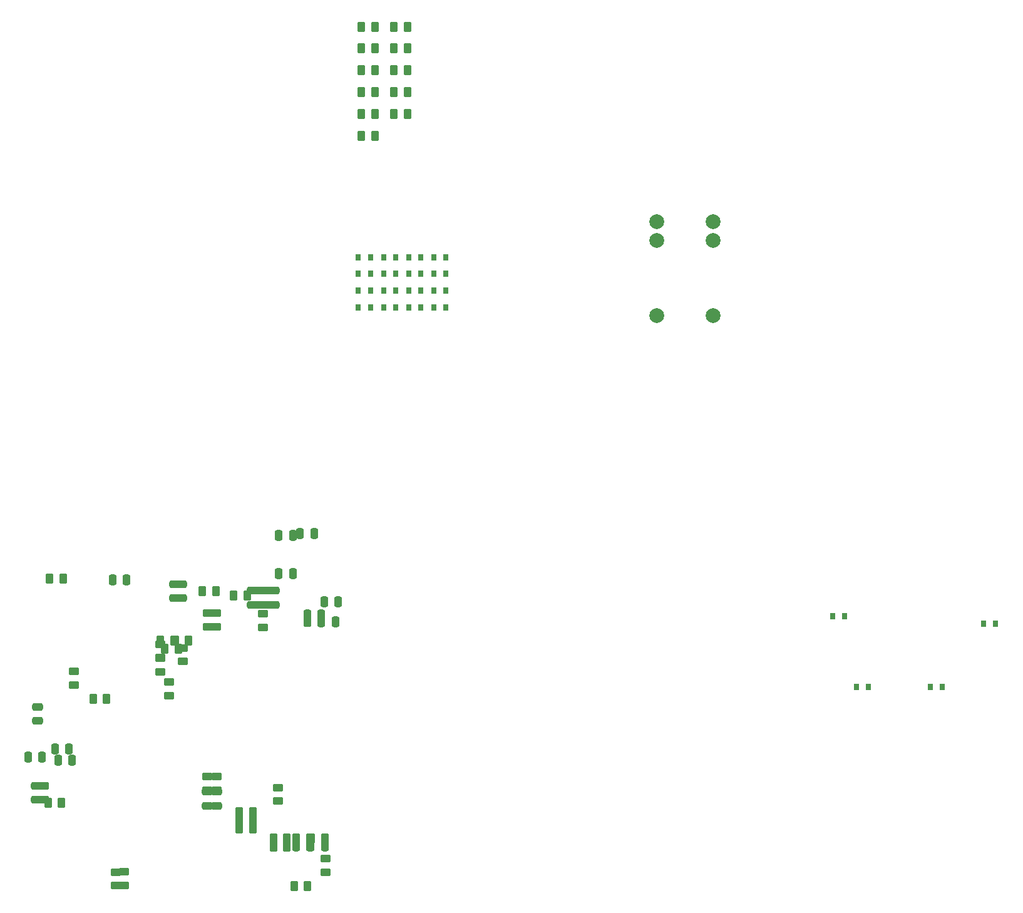
<source format=gbr>
%TF.GenerationSoftware,KiCad,Pcbnew,7.99.0-3193-g96f9f2c658*%
%TF.CreationDate,2023-10-14T12:34:29+01:00*%
%TF.ProjectId,hh2024,68683230-3234-42e6-9b69-6361645f7063,rev?*%
%TF.SameCoordinates,Original*%
%TF.FileFunction,Paste,Top*%
%TF.FilePolarity,Positive*%
%FSLAX46Y46*%
G04 Gerber Fmt 4.6, Leading zero omitted, Abs format (unit mm)*
G04 Created by KiCad (PCBNEW 7.99.0-3193-g96f9f2c658) date 2023-10-14 12:34:29*
%MOMM*%
%LPD*%
G01*
G04 APERTURE LIST*
G04 Aperture macros list*
%AMRoundRect*
0 Rectangle with rounded corners*
0 $1 Rounding radius*
0 $2 $3 $4 $5 $6 $7 $8 $9 X,Y pos of 4 corners*
0 Add a 4 corners polygon primitive as box body*
4,1,4,$2,$3,$4,$5,$6,$7,$8,$9,$2,$3,0*
0 Add four circle primitives for the rounded corners*
1,1,$1+$1,$2,$3*
1,1,$1+$1,$4,$5*
1,1,$1+$1,$6,$7*
1,1,$1+$1,$8,$9*
0 Add four rect primitives between the rounded corners*
20,1,$1+$1,$2,$3,$4,$5,0*
20,1,$1+$1,$4,$5,$6,$7,0*
20,1,$1+$1,$6,$7,$8,$9,0*
20,1,$1+$1,$8,$9,$2,$3,0*%
G04 Aperture macros list end*
%ADD10R,0.770000X0.950000*%
%ADD11RoundRect,0.250000X-0.450000X0.262500X-0.450000X-0.262500X0.450000X-0.262500X0.450000X0.262500X0*%
%ADD12RoundRect,0.250000X-0.262500X-0.450000X0.262500X-0.450000X0.262500X0.450000X-0.262500X0.450000X0*%
%ADD13RoundRect,0.250000X-0.475000X0.250000X-0.475000X-0.250000X0.475000X-0.250000X0.475000X0.250000X0*%
%ADD14RoundRect,0.250000X0.475000X-0.250000X0.475000X0.250000X-0.475000X0.250000X-0.475000X-0.250000X0*%
%ADD15RoundRect,0.250000X0.250000X0.475000X-0.250000X0.475000X-0.250000X-0.475000X0.250000X-0.475000X0*%
%ADD16RoundRect,0.250000X0.262500X0.450000X-0.262500X0.450000X-0.262500X-0.450000X0.262500X-0.450000X0*%
%ADD17RoundRect,0.250000X0.450000X-0.262500X0.450000X0.262500X-0.450000X0.262500X-0.450000X-0.262500X0*%
%ADD18RoundRect,0.250000X-0.250000X-0.475000X0.250000X-0.475000X0.250000X0.475000X-0.250000X0.475000X0*%
%ADD19C,2.000000*%
G04 APERTURE END LIST*
D10*
%TO.C,D8*%
X60596000Y-62020000D03*
X58966000Y-62020000D03*
%TD*%
D11*
%TO.C,R23*%
X33347500Y-114931500D03*
X33347500Y-116756500D03*
%TD*%
D12*
%TO.C,R7*%
X37888000Y-102622000D03*
X39713000Y-102622000D03*
%TD*%
D10*
%TO.C,D12*%
X63996000Y-59760000D03*
X62366000Y-59760000D03*
%TD*%
D13*
%TO.C,C7*%
X39800500Y-129752000D03*
X39800500Y-131652000D03*
%TD*%
D12*
%TO.C,R39*%
X63783500Y-26320000D03*
X65608500Y-26320000D03*
%TD*%
D14*
%TO.C,C21*%
X45600500Y-104472000D03*
X45600500Y-102572000D03*
%TD*%
D15*
%TO.C,C16*%
X50100500Y-100272000D03*
X48200500Y-100272000D03*
%TD*%
D16*
%TO.C,R18*%
X52413000Y-136122000D03*
X50588000Y-136122000D03*
%TD*%
D14*
%TO.C,C22*%
X46600500Y-104472000D03*
X46600500Y-102572000D03*
%TD*%
D10*
%TO.C,D22*%
X70796000Y-59760000D03*
X69166000Y-59760000D03*
%TD*%
D11*
%TO.C,R27*%
X32200500Y-109809500D03*
X32200500Y-111634500D03*
%TD*%
D12*
%TO.C,R15*%
X42888000Y-133622000D03*
X44713000Y-133622000D03*
%TD*%
D11*
%TO.C,R12*%
X16400500Y-128997000D03*
X16400500Y-130822000D03*
%TD*%
D12*
%TO.C,R25*%
X34178000Y-109322000D03*
X36003000Y-109322000D03*
%TD*%
D10*
%TO.C,D9*%
X60596000Y-64280000D03*
X58966000Y-64280000D03*
%TD*%
D12*
%TO.C,R40*%
X63783500Y-29270000D03*
X65608500Y-29270000D03*
%TD*%
D17*
%TO.C,R8*%
X38500500Y-129534500D03*
X38500500Y-127709500D03*
%TD*%
D15*
%TO.C,C13*%
X54430500Y-137122000D03*
X52530500Y-137122000D03*
%TD*%
D12*
%TO.C,R33*%
X59373500Y-26320000D03*
X61198500Y-26320000D03*
%TD*%
%TO.C,R20*%
X42888000Y-132522000D03*
X44713000Y-132522000D03*
%TD*%
D16*
%TO.C,R31*%
X24923000Y-117222000D03*
X23098000Y-117222000D03*
%TD*%
D12*
%TO.C,R6*%
X52088000Y-106822000D03*
X53913000Y-106822000D03*
%TD*%
D15*
%TO.C,C5*%
X20250500Y-125522000D03*
X18350500Y-125522000D03*
%TD*%
D18*
%TO.C,C10*%
X54350500Y-104122000D03*
X56250500Y-104122000D03*
%TD*%
D12*
%TO.C,R22*%
X42088000Y-103222000D03*
X43913000Y-103222000D03*
%TD*%
D10*
%TO.C,D17*%
X67396000Y-59760000D03*
X65766000Y-59760000D03*
%TD*%
D19*
%TO.C,K1*%
X106931000Y-65415000D03*
X106931000Y-55255000D03*
X106931000Y-52715000D03*
X99311000Y-52715000D03*
X99311000Y-55255000D03*
X99311000Y-65415000D03*
%TD*%
D12*
%TO.C,R16*%
X42888000Y-134722000D03*
X44713000Y-134722000D03*
%TD*%
%TO.C,R19*%
X52588000Y-136122000D03*
X54413000Y-136122000D03*
%TD*%
D16*
%TO.C,R30*%
X34013000Y-109322000D03*
X32188000Y-109322000D03*
%TD*%
D12*
%TO.C,R41*%
X63783500Y-32220000D03*
X65608500Y-32220000D03*
%TD*%
D10*
%TO.C,D15*%
X137936000Y-115590000D03*
X136306000Y-115590000D03*
%TD*%
D12*
%TO.C,R29*%
X32778000Y-110422000D03*
X34603000Y-110422000D03*
%TD*%
D10*
%TO.C,D20*%
X145151000Y-107065000D03*
X143521000Y-107065000D03*
%TD*%
D17*
%TO.C,R28*%
X46100500Y-107544500D03*
X46100500Y-105719500D03*
%TD*%
D11*
%TO.C,R24*%
X35200500Y-110309500D03*
X35200500Y-112134500D03*
%TD*%
D12*
%TO.C,R37*%
X59373500Y-38120000D03*
X61198500Y-38120000D03*
%TD*%
D10*
%TO.C,D5*%
X127936000Y-115590000D03*
X126306000Y-115590000D03*
%TD*%
D14*
%TO.C,C19*%
X35100500Y-103592000D03*
X35100500Y-101692000D03*
%TD*%
D11*
%TO.C,R10*%
X39700500Y-105609500D03*
X39700500Y-107434500D03*
%TD*%
%TO.C,R26*%
X32200500Y-111709500D03*
X32200500Y-113534500D03*
%TD*%
D10*
%TO.C,D14*%
X63996000Y-64280000D03*
X62366000Y-64280000D03*
%TD*%
%TO.C,D13*%
X63996000Y-62020000D03*
X62366000Y-62020000D03*
%TD*%
D12*
%TO.C,R38*%
X59373500Y-41070000D03*
X61198500Y-41070000D03*
%TD*%
D16*
%TO.C,R4*%
X49303000Y-136122000D03*
X47478000Y-136122000D03*
%TD*%
D12*
%TO.C,R36*%
X59373500Y-35170000D03*
X61198500Y-35170000D03*
%TD*%
D13*
%TO.C,C2*%
X15600500Y-118272000D03*
X15600500Y-120172000D03*
%TD*%
D12*
%TO.C,R13*%
X50288000Y-142522000D03*
X52113000Y-142522000D03*
%TD*%
D10*
%TO.C,D16*%
X67396000Y-57500000D03*
X65766000Y-57500000D03*
%TD*%
D12*
%TO.C,R43*%
X63783500Y-38120000D03*
X65608500Y-38120000D03*
%TD*%
D14*
%TO.C,C18*%
X34100500Y-103592000D03*
X34100500Y-101692000D03*
%TD*%
D10*
%TO.C,D10*%
X124751000Y-106065000D03*
X123121000Y-106065000D03*
%TD*%
D18*
%TO.C,C11*%
X14300500Y-125059500D03*
X16200500Y-125059500D03*
%TD*%
%TO.C,C1*%
X52050500Y-105822000D03*
X53950500Y-105822000D03*
%TD*%
D11*
%TO.C,R14*%
X54500500Y-138809500D03*
X54500500Y-140634500D03*
%TD*%
D10*
%TO.C,D24*%
X70796000Y-64280000D03*
X69166000Y-64280000D03*
%TD*%
%TO.C,D23*%
X70796000Y-62020000D03*
X69166000Y-62020000D03*
%TD*%
D13*
%TO.C,C8*%
X15400500Y-128959500D03*
X15400500Y-130859500D03*
%TD*%
D12*
%TO.C,R35*%
X59373500Y-32220000D03*
X61198500Y-32220000D03*
%TD*%
D11*
%TO.C,R3*%
X26200500Y-140619500D03*
X26200500Y-142444500D03*
%TD*%
D16*
%TO.C,R21*%
X19019000Y-100967000D03*
X17194000Y-100967000D03*
%TD*%
D14*
%TO.C,C20*%
X44600500Y-104472000D03*
X44600500Y-102572000D03*
%TD*%
D10*
%TO.C,D21*%
X70796000Y-57500000D03*
X69166000Y-57500000D03*
%TD*%
D11*
%TO.C,R9*%
X38600500Y-105609500D03*
X38600500Y-107434500D03*
%TD*%
D12*
%TO.C,R34*%
X59373500Y-29270000D03*
X61198500Y-29270000D03*
%TD*%
D14*
%TO.C,C23*%
X47600500Y-104472000D03*
X47600500Y-102572000D03*
%TD*%
D18*
%TO.C,C4*%
X53950500Y-106822000D03*
X55850500Y-106822000D03*
%TD*%
D13*
%TO.C,C9*%
X38500500Y-129752000D03*
X38500500Y-131652000D03*
%TD*%
D10*
%TO.C,D18*%
X67396000Y-62020000D03*
X65766000Y-62020000D03*
%TD*%
%TO.C,D6*%
X60596000Y-57500000D03*
X58966000Y-57500000D03*
%TD*%
D15*
%TO.C,C15*%
X53000500Y-94872000D03*
X51100500Y-94872000D03*
%TD*%
%TO.C,C6*%
X19850500Y-124022000D03*
X17950500Y-124022000D03*
%TD*%
D17*
%TO.C,R32*%
X20500500Y-115334500D03*
X20500500Y-113509500D03*
%TD*%
D11*
%TO.C,R2*%
X27300500Y-140609500D03*
X27300500Y-142434500D03*
%TD*%
D12*
%TO.C,R42*%
X63783500Y-35170000D03*
X65608500Y-35170000D03*
%TD*%
D18*
%TO.C,C17*%
X25750500Y-101130000D03*
X27650500Y-101130000D03*
%TD*%
%TO.C,C12*%
X50550500Y-137122000D03*
X52450500Y-137122000D03*
%TD*%
D16*
%TO.C,R11*%
X18813000Y-131259500D03*
X16988000Y-131259500D03*
%TD*%
D17*
%TO.C,R1*%
X39800500Y-129534500D03*
X39800500Y-127709500D03*
%TD*%
D11*
%TO.C,R17*%
X48100500Y-129209500D03*
X48100500Y-131034500D03*
%TD*%
D10*
%TO.C,D7*%
X60596000Y-59760000D03*
X58966000Y-59760000D03*
%TD*%
D15*
%TO.C,C14*%
X50100500Y-95072000D03*
X48200500Y-95072000D03*
%TD*%
D10*
%TO.C,D11*%
X63996000Y-57500000D03*
X62366000Y-57500000D03*
%TD*%
D16*
%TO.C,R5*%
X49323000Y-137222000D03*
X47498000Y-137222000D03*
%TD*%
D10*
%TO.C,D19*%
X67396000Y-64280000D03*
X65766000Y-64280000D03*
%TD*%
M02*

</source>
